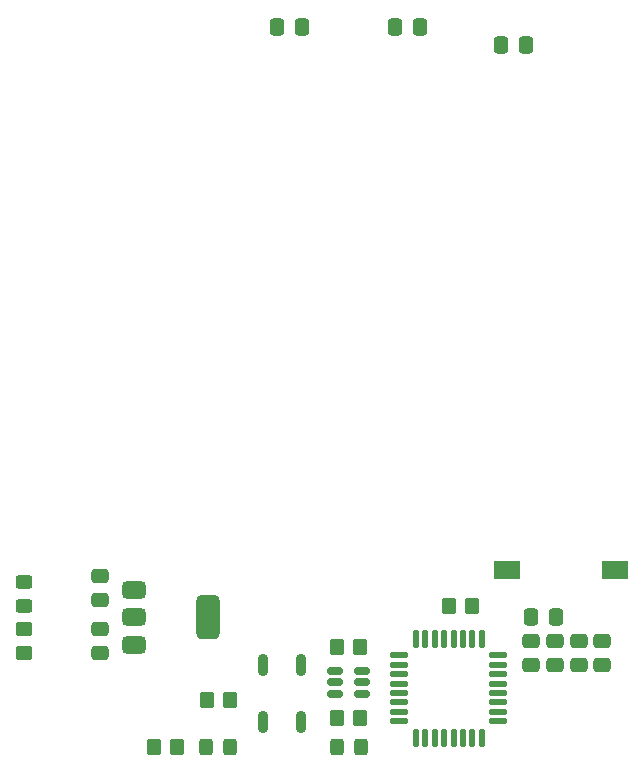
<source format=gbr>
%TF.GenerationSoftware,KiCad,Pcbnew,8.0.8*%
%TF.CreationDate,2025-01-17T17:00:29+08:00*%
%TF.ProjectId,The Button,54686520-4275-4747-946f-6e2e6b696361,rev?*%
%TF.SameCoordinates,Original*%
%TF.FileFunction,Paste,Top*%
%TF.FilePolarity,Positive*%
%FSLAX46Y46*%
G04 Gerber Fmt 4.6, Leading zero omitted, Abs format (unit mm)*
G04 Created by KiCad (PCBNEW 8.0.8) date 2025-01-17 17:00:29*
%MOMM*%
%LPD*%
G01*
G04 APERTURE LIST*
G04 Aperture macros list*
%AMRoundRect*
0 Rectangle with rounded corners*
0 $1 Rounding radius*
0 $2 $3 $4 $5 $6 $7 $8 $9 X,Y pos of 4 corners*
0 Add a 4 corners polygon primitive as box body*
4,1,4,$2,$3,$4,$5,$6,$7,$8,$9,$2,$3,0*
0 Add four circle primitives for the rounded corners*
1,1,$1+$1,$2,$3*
1,1,$1+$1,$4,$5*
1,1,$1+$1,$6,$7*
1,1,$1+$1,$8,$9*
0 Add four rect primitives between the rounded corners*
20,1,$1+$1,$2,$3,$4,$5,0*
20,1,$1+$1,$4,$5,$6,$7,0*
20,1,$1+$1,$6,$7,$8,$9,0*
20,1,$1+$1,$8,$9,$2,$3,0*%
G04 Aperture macros list end*
%ADD10RoundRect,0.250000X-0.350000X-0.450000X0.350000X-0.450000X0.350000X0.450000X-0.350000X0.450000X0*%
%ADD11RoundRect,0.250000X0.475000X-0.337500X0.475000X0.337500X-0.475000X0.337500X-0.475000X-0.337500X0*%
%ADD12RoundRect,0.250000X-0.325000X-0.450000X0.325000X-0.450000X0.325000X0.450000X-0.325000X0.450000X0*%
%ADD13RoundRect,0.375000X-0.625000X-0.375000X0.625000X-0.375000X0.625000X0.375000X-0.625000X0.375000X0*%
%ADD14RoundRect,0.500000X-0.500000X-1.400000X0.500000X-1.400000X0.500000X1.400000X-0.500000X1.400000X0*%
%ADD15RoundRect,0.250000X-0.337500X-0.475000X0.337500X-0.475000X0.337500X0.475000X-0.337500X0.475000X0*%
%ADD16RoundRect,0.150000X0.512500X0.150000X-0.512500X0.150000X-0.512500X-0.150000X0.512500X-0.150000X0*%
%ADD17RoundRect,0.250000X-0.450000X0.325000X-0.450000X-0.325000X0.450000X-0.325000X0.450000X0.325000X0*%
%ADD18RoundRect,0.250000X0.450000X-0.350000X0.450000X0.350000X-0.450000X0.350000X-0.450000X-0.350000X0*%
%ADD19RoundRect,0.250000X0.350000X0.450000X-0.350000X0.450000X-0.350000X-0.450000X0.350000X-0.450000X0*%
%ADD20O,0.889000X1.905000*%
%ADD21R,2.180000X1.600000*%
%ADD22RoundRect,0.125000X0.625000X0.125000X-0.625000X0.125000X-0.625000X-0.125000X0.625000X-0.125000X0*%
%ADD23RoundRect,0.125000X0.125000X0.625000X-0.125000X0.625000X-0.125000X-0.625000X0.125000X-0.625000X0*%
G04 APERTURE END LIST*
D10*
%TO.C,R7*%
X175500000Y-94000000D03*
X177500000Y-94000000D03*
%TD*%
D11*
%TO.C,C3*%
X194000000Y-89537500D03*
X194000000Y-87462500D03*
%TD*%
%TO.C,C8*%
X155500000Y-88537500D03*
X155500000Y-86462500D03*
%TD*%
D12*
%TO.C,D4*%
X164450000Y-96500000D03*
X166500000Y-96500000D03*
%TD*%
D13*
%TO.C,U1*%
X158350000Y-83200000D03*
X158350000Y-85500000D03*
D14*
X164650000Y-85500000D03*
D13*
X158350000Y-87800000D03*
%TD*%
D15*
%TO.C,C1*%
X170462500Y-35500000D03*
X172537500Y-35500000D03*
%TD*%
D16*
%TO.C,U5*%
X177637500Y-91950000D03*
X177637500Y-91000000D03*
X177637500Y-90050000D03*
X175362500Y-90050000D03*
X175362500Y-91000000D03*
X175362500Y-91950000D03*
%TD*%
D10*
%TO.C,R10*%
X175500000Y-88000000D03*
X177500000Y-88000000D03*
%TD*%
D17*
%TO.C,D1*%
X149000000Y-82475000D03*
X149000000Y-84525000D03*
%TD*%
D15*
%TO.C,C2*%
X180462500Y-35500000D03*
X182537500Y-35500000D03*
%TD*%
D18*
%TO.C,R1*%
X149000000Y-88500000D03*
X149000000Y-86500000D03*
%TD*%
D11*
%TO.C,C6*%
X198000000Y-89537500D03*
X198000000Y-87462500D03*
%TD*%
D19*
%TO.C,R6*%
X162000000Y-96500000D03*
X160000000Y-96500000D03*
%TD*%
D15*
%TO.C,C10*%
X191962500Y-85500000D03*
X194037500Y-85500000D03*
%TD*%
D19*
%TO.C,R11*%
X166500000Y-92500000D03*
X164500000Y-92500000D03*
%TD*%
D12*
%TO.C,D3*%
X175500000Y-96500000D03*
X177550000Y-96500000D03*
%TD*%
D10*
%TO.C,R5*%
X185000000Y-84500000D03*
X187000000Y-84500000D03*
%TD*%
D20*
%TO.C,J2*%
X169300000Y-89549998D03*
X172500000Y-89549998D03*
X169300000Y-94349999D03*
X172500000Y-94349999D03*
%TD*%
D21*
%TO.C,SW8*%
X199090000Y-81500000D03*
X189910000Y-81500000D03*
%TD*%
D11*
%TO.C,C9*%
X155500000Y-84037500D03*
X155500000Y-81962500D03*
%TD*%
D15*
%TO.C,C5*%
X189462500Y-37000000D03*
X191537500Y-37000000D03*
%TD*%
D11*
%TO.C,C7*%
X196000000Y-89537500D03*
X196000000Y-87462500D03*
%TD*%
%TO.C,C4*%
X192000000Y-89537500D03*
X192000000Y-87462500D03*
%TD*%
D22*
%TO.C,U2*%
X189175000Y-94300000D03*
X189175000Y-93500000D03*
X189175000Y-92700000D03*
X189175000Y-91900000D03*
X189175000Y-91100000D03*
X189175000Y-90300000D03*
X189175000Y-89500000D03*
X189175000Y-88700000D03*
D23*
X187800000Y-87325000D03*
X187000000Y-87325000D03*
X186200000Y-87325000D03*
X185400000Y-87325000D03*
X184600000Y-87325000D03*
X183800000Y-87325000D03*
X183000000Y-87325000D03*
X182200000Y-87325000D03*
D22*
X180825000Y-88700000D03*
X180825000Y-89500000D03*
X180825000Y-90300000D03*
X180825000Y-91100000D03*
X180825000Y-91900000D03*
X180825000Y-92700000D03*
X180825000Y-93500000D03*
X180825000Y-94300000D03*
D23*
X182200000Y-95675000D03*
X183000000Y-95675000D03*
X183800000Y-95675000D03*
X184600000Y-95675000D03*
X185400000Y-95675000D03*
X186200000Y-95675000D03*
X187000000Y-95675000D03*
X187800000Y-95675000D03*
%TD*%
M02*

</source>
